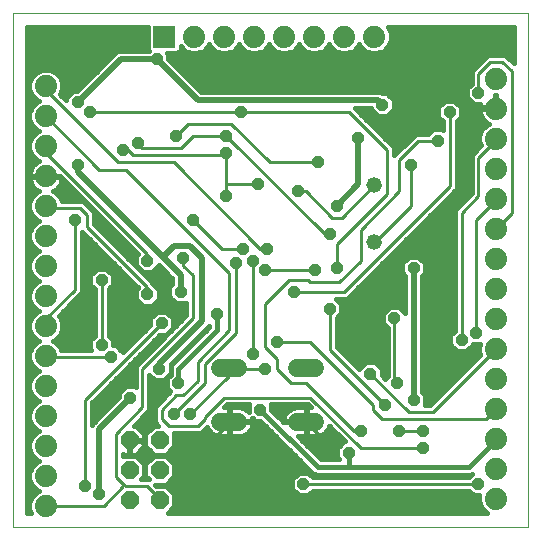
<source format=gbl>
G75*
%MOIN*%
%OFA0B0*%
%FSLAX25Y25*%
%IPPOS*%
%LPD*%
%AMOC8*
5,1,8,0,0,1.08239X$1,22.5*
%
%ADD10C,0.00000*%
%ADD11OC8,0.06102*%
%ADD12C,0.07400*%
%ADD13C,0.05200*%
%ADD14C,0.06000*%
%ADD15R,0.07400X0.07400*%
%ADD16C,0.02000*%
%ADD17OC8,0.04000*%
%ADD18C,0.01200*%
%ADD19C,0.01600*%
%ADD20C,0.01000*%
D10*
X0001800Y0001800D02*
X0001800Y0173261D01*
X0173501Y0173261D01*
X0173501Y0001800D01*
X0001800Y0001800D01*
D11*
X0040800Y0010800D03*
X0040800Y0020800D03*
X0040800Y0030800D03*
X0050800Y0030800D03*
X0050800Y0020800D03*
X0050800Y0010800D03*
D12*
X0012800Y0008800D03*
X0012800Y0018800D03*
X0012800Y0028800D03*
X0012800Y0038800D03*
X0012800Y0048800D03*
X0012800Y0058800D03*
X0012800Y0068800D03*
X0012800Y0078800D03*
X0012800Y0088800D03*
X0012800Y0098800D03*
X0012800Y0108800D03*
X0012800Y0118800D03*
X0012800Y0128800D03*
X0012800Y0138800D03*
X0012800Y0148800D03*
X0062300Y0165300D03*
X0072300Y0165300D03*
X0082300Y0165300D03*
X0092300Y0165300D03*
X0102300Y0165300D03*
X0112300Y0165300D03*
X0122300Y0165300D03*
X0162800Y0151300D03*
X0162800Y0141300D03*
X0162800Y0131300D03*
X0162800Y0121300D03*
X0162800Y0111300D03*
X0162800Y0101300D03*
X0162800Y0091300D03*
X0162800Y0081300D03*
X0162800Y0071300D03*
X0162800Y0061300D03*
X0162800Y0051300D03*
X0162800Y0041300D03*
X0162800Y0031300D03*
X0162800Y0021300D03*
X0162800Y0011300D03*
D13*
X0122300Y0096800D03*
X0122300Y0115800D03*
D14*
X0102600Y0054700D02*
X0096600Y0054700D01*
X0096600Y0036900D02*
X0102600Y0036900D01*
X0077000Y0036900D02*
X0071000Y0036900D01*
X0071000Y0054700D02*
X0077000Y0054700D01*
D15*
X0052300Y0165300D03*
D16*
X0049800Y0157800D02*
X0037800Y0157800D01*
X0023400Y0143400D01*
X0023400Y0122600D02*
X0023400Y0120200D01*
X0051800Y0091800D01*
X0055400Y0095400D01*
X0061000Y0095400D01*
X0065000Y0091400D01*
X0065000Y0070600D01*
X0050600Y0056200D01*
X0050600Y0054600D01*
X0041000Y0045000D02*
X0030600Y0034600D01*
X0030600Y0013000D01*
X0057800Y0080200D02*
X0057800Y0085800D01*
X0051800Y0091800D01*
X0063400Y0144200D02*
X0123400Y0144200D01*
X0125000Y0142600D01*
X0117000Y0131400D02*
X0117000Y0116200D01*
X0109800Y0109000D01*
X0135400Y0088200D02*
X0135400Y0044200D01*
X0063400Y0144200D02*
X0049800Y0157800D01*
D17*
X0049800Y0157800D03*
X0062600Y0151400D03*
X0077800Y0140200D03*
X0073000Y0132200D03*
X0073000Y0126600D03*
X0083400Y0116200D03*
X0073000Y0112200D03*
X0061800Y0104200D03*
X0058600Y0091400D03*
X0057800Y0080200D03*
X0057800Y0073800D03*
X0051400Y0069800D03*
X0046600Y0079400D03*
X0046600Y0090600D03*
X0031400Y0084200D03*
X0022600Y0104200D03*
X0023400Y0122600D03*
X0038600Y0127400D03*
X0043400Y0129800D03*
X0056200Y0132200D03*
X0027400Y0140200D03*
X0023400Y0143400D03*
X0076200Y0089800D03*
X0078600Y0094600D03*
X0081800Y0090600D03*
X0085800Y0087400D03*
X0086600Y0094600D03*
X0095400Y0080200D03*
X0102600Y0087400D03*
X0109800Y0088200D03*
X0107400Y0099400D03*
X0109800Y0109000D03*
X0097000Y0113800D03*
X0103400Y0123400D03*
X0117000Y0131400D03*
X0125000Y0142600D03*
X0125800Y0157800D03*
X0147400Y0140200D03*
X0143400Y0130600D03*
X0134600Y0122600D03*
X0157000Y0146600D03*
X0135400Y0088200D03*
X0129000Y0071400D03*
X0145800Y0064200D03*
X0151400Y0064200D03*
X0156200Y0066600D03*
X0135400Y0044200D03*
X0129800Y0049800D03*
X0125800Y0042600D03*
X0130600Y0033800D03*
X0138600Y0033800D03*
X0138600Y0028200D03*
X0157000Y0016200D03*
X0121000Y0053000D03*
X0117800Y0033800D03*
X0113800Y0026600D03*
X0105000Y0025800D03*
X0098600Y0016200D03*
X0084200Y0041000D03*
X0085800Y0054600D03*
X0081800Y0059400D03*
X0089800Y0063400D03*
X0107400Y0074600D03*
X0069800Y0073000D03*
X0050600Y0054600D03*
X0057000Y0049800D03*
X0055400Y0039400D03*
X0061000Y0039400D03*
X0041000Y0045000D03*
X0037000Y0049800D03*
X0034600Y0058600D03*
X0031400Y0062600D03*
X0025800Y0015400D03*
X0030600Y0013000D03*
D18*
X0041000Y0030600D02*
X0040800Y0030800D01*
X0041000Y0030600D02*
X0044200Y0030600D01*
X0049000Y0025800D01*
X0063400Y0025800D01*
X0073800Y0036200D01*
X0074000Y0036900D01*
X0099600Y0036900D02*
X0100200Y0036200D01*
X0105000Y0031400D01*
X0105000Y0025800D01*
X0145800Y0064200D02*
X0145800Y0104200D01*
X0149800Y0108200D01*
X0149800Y0121000D01*
X0155400Y0126600D01*
X0155400Y0141800D01*
X0155800Y0142200D01*
X0146600Y0151400D01*
X0125800Y0151400D01*
X0125800Y0157800D01*
X0125800Y0151400D02*
X0062600Y0151400D01*
X0029000Y0106600D02*
X0017000Y0118600D01*
X0013000Y0118600D01*
X0012800Y0118800D01*
X0029000Y0106600D02*
X0029000Y0102600D01*
X0057800Y0073800D01*
X0057000Y0073800D01*
X0057000Y0069800D01*
X0037000Y0049800D01*
X0155800Y0142200D02*
X0156200Y0141800D01*
X0162600Y0141800D01*
X0162800Y0141300D01*
D19*
X0163000Y0141500D02*
X0162600Y0141500D01*
X0162600Y0145800D01*
X0163000Y0145800D01*
X0163000Y0141500D01*
X0162600Y0141500D02*
X0162600Y0141100D01*
X0157300Y0141100D01*
X0157300Y0140867D01*
X0157435Y0140012D01*
X0157703Y0139189D01*
X0158096Y0138417D01*
X0158605Y0137717D01*
X0159217Y0137105D01*
X0159917Y0136596D01*
X0160499Y0136300D01*
X0159684Y0135963D01*
X0158137Y0134415D01*
X0157300Y0132394D01*
X0157300Y0130206D01*
X0157784Y0129037D01*
X0154700Y0125953D01*
X0154700Y0113153D01*
X0149100Y0107553D01*
X0149100Y0067274D01*
X0147600Y0065774D01*
X0147600Y0062626D01*
X0149826Y0060400D01*
X0152974Y0060400D01*
X0155200Y0062626D01*
X0155200Y0062800D01*
X0157468Y0062800D01*
X0157300Y0062394D01*
X0157300Y0060206D01*
X0157667Y0059320D01*
X0140847Y0042500D01*
X0139074Y0042500D01*
X0139200Y0042626D01*
X0139200Y0045774D01*
X0138200Y0046774D01*
X0138200Y0085626D01*
X0139200Y0086626D01*
X0139200Y0089774D01*
X0136974Y0092000D01*
X0133826Y0092000D01*
X0131600Y0089774D01*
X0131600Y0086626D01*
X0132600Y0085626D01*
X0132600Y0073174D01*
X0130574Y0075200D01*
X0127426Y0075200D01*
X0125200Y0072974D01*
X0125200Y0069826D01*
X0126700Y0068326D01*
X0126700Y0052074D01*
X0126000Y0051374D01*
X0126000Y0051253D01*
X0124800Y0052453D01*
X0124800Y0054574D01*
X0122574Y0056800D01*
X0119426Y0056800D01*
X0117200Y0054574D01*
X0117200Y0054453D01*
X0109700Y0061953D01*
X0109700Y0071526D01*
X0111200Y0073026D01*
X0111200Y0076174D01*
X0109474Y0077900D01*
X0113153Y0077900D01*
X0148353Y0113100D01*
X0149700Y0114447D01*
X0149700Y0137126D01*
X0151200Y0138626D01*
X0151200Y0141774D01*
X0148974Y0144000D01*
X0145826Y0144000D01*
X0143600Y0141774D01*
X0143600Y0138626D01*
X0145100Y0137126D01*
X0145100Y0134274D01*
X0144974Y0134400D01*
X0141826Y0134400D01*
X0140326Y0132900D01*
X0136047Y0132900D01*
X0134700Y0131553D01*
X0128900Y0125753D01*
X0128900Y0128353D01*
X0116100Y0141153D01*
X0115853Y0141400D01*
X0121200Y0141400D01*
X0121200Y0141026D01*
X0123426Y0138800D01*
X0126574Y0138800D01*
X0128800Y0141026D01*
X0128800Y0144174D01*
X0126574Y0146400D01*
X0125160Y0146400D01*
X0124986Y0146574D01*
X0123957Y0147000D01*
X0064560Y0147000D01*
X0053600Y0157960D01*
X0053600Y0159374D01*
X0053174Y0159800D01*
X0056746Y0159800D01*
X0057800Y0160854D01*
X0057800Y0162022D01*
X0059184Y0160637D01*
X0061206Y0159800D01*
X0063394Y0159800D01*
X0065415Y0160637D01*
X0066963Y0162184D01*
X0067300Y0162999D01*
X0067637Y0162184D01*
X0069184Y0160637D01*
X0071206Y0159800D01*
X0073394Y0159800D01*
X0075415Y0160637D01*
X0076963Y0162184D01*
X0077300Y0162999D01*
X0077637Y0162184D01*
X0079184Y0160637D01*
X0081206Y0159800D01*
X0083394Y0159800D01*
X0085415Y0160637D01*
X0086963Y0162184D01*
X0087300Y0162999D01*
X0087637Y0162184D01*
X0089184Y0160637D01*
X0091206Y0159800D01*
X0093394Y0159800D01*
X0095415Y0160637D01*
X0096963Y0162184D01*
X0097300Y0162999D01*
X0097637Y0162184D01*
X0099184Y0160637D01*
X0101206Y0159800D01*
X0103394Y0159800D01*
X0105415Y0160637D01*
X0106963Y0162184D01*
X0107300Y0162999D01*
X0107637Y0162184D01*
X0109184Y0160637D01*
X0111206Y0159800D01*
X0113394Y0159800D01*
X0115415Y0160637D01*
X0116963Y0162184D01*
X0117300Y0162999D01*
X0117637Y0162184D01*
X0119184Y0160637D01*
X0121206Y0159800D01*
X0123394Y0159800D01*
X0125415Y0160637D01*
X0126963Y0162184D01*
X0127800Y0164206D01*
X0127800Y0166394D01*
X0126963Y0168415D01*
X0126918Y0168461D01*
X0168701Y0168461D01*
X0168701Y0156552D01*
X0165953Y0159300D01*
X0160047Y0159300D01*
X0158700Y0157953D01*
X0154700Y0153953D01*
X0154700Y0149674D01*
X0153200Y0148174D01*
X0153200Y0145026D01*
X0155426Y0142800D01*
X0157504Y0142800D01*
X0157435Y0142588D01*
X0157300Y0141733D01*
X0157300Y0141500D01*
X0162600Y0141500D01*
X0162600Y0142469D02*
X0163000Y0142469D01*
X0163000Y0144068D02*
X0162600Y0144068D01*
X0162600Y0145666D02*
X0163000Y0145666D01*
X0157676Y0139272D02*
X0151200Y0139272D01*
X0151200Y0140870D02*
X0157300Y0140870D01*
X0157417Y0142469D02*
X0150505Y0142469D01*
X0153200Y0145666D02*
X0127308Y0145666D01*
X0128800Y0144068D02*
X0154158Y0144068D01*
X0153200Y0147265D02*
X0064295Y0147265D01*
X0062697Y0148863D02*
X0153889Y0148863D01*
X0154700Y0150462D02*
X0061098Y0150462D01*
X0059500Y0152060D02*
X0154700Y0152060D01*
X0154700Y0153659D02*
X0057901Y0153659D01*
X0056303Y0155257D02*
X0156004Y0155257D01*
X0157603Y0156856D02*
X0054704Y0156856D01*
X0053600Y0158454D02*
X0159201Y0158454D01*
X0166799Y0158454D02*
X0168701Y0158454D01*
X0168701Y0156856D02*
X0168397Y0156856D01*
X0168701Y0160053D02*
X0124004Y0160053D01*
X0126429Y0161651D02*
X0168701Y0161651D01*
X0168701Y0163250D02*
X0127404Y0163250D01*
X0127800Y0164848D02*
X0168701Y0164848D01*
X0168701Y0166447D02*
X0127778Y0166447D01*
X0127116Y0168045D02*
X0168701Y0168045D01*
X0144295Y0142469D02*
X0128800Y0142469D01*
X0128644Y0140870D02*
X0143600Y0140870D01*
X0143600Y0139272D02*
X0127046Y0139272D01*
X0122954Y0139272D02*
X0117981Y0139272D01*
X0119579Y0137673D02*
X0144553Y0137673D01*
X0145100Y0136075D02*
X0121178Y0136075D01*
X0122776Y0134476D02*
X0145100Y0134476D01*
X0149700Y0134476D02*
X0158198Y0134476D01*
X0157500Y0132878D02*
X0149700Y0132878D01*
X0149700Y0131279D02*
X0157300Y0131279D01*
X0157517Y0129681D02*
X0149700Y0129681D01*
X0149700Y0128082D02*
X0156830Y0128082D01*
X0155231Y0126484D02*
X0149700Y0126484D01*
X0149700Y0124885D02*
X0154700Y0124885D01*
X0154700Y0123287D02*
X0149700Y0123287D01*
X0149700Y0121688D02*
X0154700Y0121688D01*
X0154700Y0120090D02*
X0149700Y0120090D01*
X0149700Y0118491D02*
X0154700Y0118491D01*
X0154700Y0116893D02*
X0149700Y0116893D01*
X0149700Y0115294D02*
X0154700Y0115294D01*
X0154700Y0113696D02*
X0148948Y0113696D01*
X0147350Y0112097D02*
X0153645Y0112097D01*
X0152046Y0110499D02*
X0145751Y0110499D01*
X0144153Y0108900D02*
X0150448Y0108900D01*
X0149100Y0107302D02*
X0142554Y0107302D01*
X0140956Y0105703D02*
X0149100Y0105703D01*
X0149100Y0104105D02*
X0139357Y0104105D01*
X0137759Y0102506D02*
X0149100Y0102506D01*
X0149100Y0100908D02*
X0136160Y0100908D01*
X0134562Y0099309D02*
X0149100Y0099309D01*
X0149100Y0097711D02*
X0132963Y0097711D01*
X0131365Y0096112D02*
X0149100Y0096112D01*
X0149100Y0094514D02*
X0129766Y0094514D01*
X0128168Y0092915D02*
X0149100Y0092915D01*
X0149100Y0091317D02*
X0137657Y0091317D01*
X0139200Y0089718D02*
X0149100Y0089718D01*
X0149100Y0088120D02*
X0139200Y0088120D01*
X0139095Y0086521D02*
X0149100Y0086521D01*
X0149100Y0084923D02*
X0138200Y0084923D01*
X0138200Y0083324D02*
X0149100Y0083324D01*
X0149100Y0081726D02*
X0138200Y0081726D01*
X0138200Y0080127D02*
X0149100Y0080127D01*
X0149100Y0078529D02*
X0138200Y0078529D01*
X0138200Y0076930D02*
X0149100Y0076930D01*
X0149100Y0075332D02*
X0138200Y0075332D01*
X0138200Y0073733D02*
X0149100Y0073733D01*
X0149100Y0072134D02*
X0138200Y0072134D01*
X0138200Y0070536D02*
X0149100Y0070536D01*
X0149100Y0068937D02*
X0138200Y0068937D01*
X0138200Y0067339D02*
X0149100Y0067339D01*
X0147600Y0065740D02*
X0138200Y0065740D01*
X0138200Y0064142D02*
X0147600Y0064142D01*
X0147683Y0062543D02*
X0138200Y0062543D01*
X0138200Y0060945D02*
X0149281Y0060945D01*
X0153519Y0060945D02*
X0157300Y0060945D01*
X0157362Y0062543D02*
X0155117Y0062543D01*
X0157656Y0059346D02*
X0138200Y0059346D01*
X0138200Y0057748D02*
X0156095Y0057748D01*
X0154497Y0056149D02*
X0138200Y0056149D01*
X0138200Y0054551D02*
X0152898Y0054551D01*
X0151300Y0052952D02*
X0138200Y0052952D01*
X0138200Y0051354D02*
X0149701Y0051354D01*
X0148103Y0049755D02*
X0138200Y0049755D01*
X0138200Y0048157D02*
X0146504Y0048157D01*
X0144906Y0046558D02*
X0138416Y0046558D01*
X0139200Y0044960D02*
X0143307Y0044960D01*
X0141709Y0043361D02*
X0139200Y0043361D01*
X0126700Y0052952D02*
X0124800Y0052952D01*
X0124800Y0054551D02*
X0126700Y0054551D01*
X0126700Y0056149D02*
X0123225Y0056149D01*
X0126700Y0057748D02*
X0113905Y0057748D01*
X0115503Y0056149D02*
X0118775Y0056149D01*
X0117200Y0054551D02*
X0117102Y0054551D01*
X0112306Y0059346D02*
X0126700Y0059346D01*
X0126700Y0060945D02*
X0110708Y0060945D01*
X0109700Y0062543D02*
X0126700Y0062543D01*
X0126700Y0064142D02*
X0109700Y0064142D01*
X0109700Y0065740D02*
X0126700Y0065740D01*
X0126700Y0067339D02*
X0109700Y0067339D01*
X0109700Y0068937D02*
X0126089Y0068937D01*
X0125200Y0070536D02*
X0109700Y0070536D01*
X0110309Y0072134D02*
X0125200Y0072134D01*
X0125959Y0073733D02*
X0111200Y0073733D01*
X0111200Y0075332D02*
X0132600Y0075332D01*
X0132600Y0076930D02*
X0110444Y0076930D01*
X0113781Y0078529D02*
X0132600Y0078529D01*
X0132600Y0080127D02*
X0115380Y0080127D01*
X0116978Y0081726D02*
X0132600Y0081726D01*
X0132600Y0083324D02*
X0118577Y0083324D01*
X0120175Y0084923D02*
X0132600Y0084923D01*
X0131705Y0086521D02*
X0121774Y0086521D01*
X0123372Y0088120D02*
X0131600Y0088120D01*
X0131600Y0089718D02*
X0124971Y0089718D01*
X0126569Y0091317D02*
X0133143Y0091317D01*
X0132600Y0073733D02*
X0132041Y0073733D01*
X0126000Y0051354D02*
X0125899Y0051354D01*
X0108977Y0033770D02*
X0106258Y0033770D01*
X0106261Y0033773D02*
X0106705Y0034384D01*
X0107048Y0035057D01*
X0107206Y0035542D01*
X0112347Y0030400D01*
X0112226Y0030400D01*
X0110000Y0028174D01*
X0110000Y0025026D01*
X0110626Y0024400D01*
X0104477Y0024400D01*
X0096777Y0032100D01*
X0099400Y0032100D01*
X0099400Y0036700D01*
X0092177Y0036700D01*
X0088000Y0040877D01*
X0088000Y0042574D01*
X0087874Y0042700D01*
X0100047Y0042700D01*
X0101047Y0041700D01*
X0099800Y0041700D01*
X0099800Y0037100D01*
X0099400Y0037100D01*
X0099400Y0041700D01*
X0096222Y0041700D01*
X0095476Y0041582D01*
X0094757Y0041348D01*
X0094084Y0041005D01*
X0093473Y0040561D01*
X0092939Y0040027D01*
X0092495Y0039416D01*
X0092152Y0038743D01*
X0091918Y0038024D01*
X0091800Y0037278D01*
X0091800Y0037100D01*
X0099400Y0037100D01*
X0099400Y0036700D01*
X0099800Y0036700D01*
X0099800Y0032100D01*
X0102978Y0032100D01*
X0103724Y0032218D01*
X0104443Y0032452D01*
X0105116Y0032795D01*
X0105727Y0033239D01*
X0106261Y0033773D01*
X0107149Y0035369D02*
X0107379Y0035369D01*
X0110576Y0032172D02*
X0103431Y0032172D01*
X0099902Y0028975D02*
X0110801Y0028975D01*
X0110000Y0027376D02*
X0101501Y0027376D01*
X0103099Y0025778D02*
X0110000Y0025778D01*
X0113800Y0026600D02*
X0113800Y0021800D01*
X0103400Y0021800D01*
X0084200Y0041000D01*
X0084323Y0037200D02*
X0082626Y0037200D01*
X0081624Y0038202D01*
X0081682Y0038024D01*
X0081800Y0037278D01*
X0081800Y0037100D01*
X0074200Y0037100D01*
X0074200Y0036700D01*
X0081800Y0036700D01*
X0081800Y0036522D01*
X0081682Y0035776D01*
X0081448Y0035057D01*
X0081105Y0034384D01*
X0080661Y0033773D01*
X0080127Y0033239D01*
X0079516Y0032795D01*
X0078843Y0032452D01*
X0078124Y0032218D01*
X0077378Y0032100D01*
X0074200Y0032100D01*
X0074200Y0036700D01*
X0073800Y0036700D01*
X0073800Y0032100D01*
X0070622Y0032100D01*
X0069876Y0032218D01*
X0069157Y0032452D01*
X0068484Y0032795D01*
X0067873Y0033239D01*
X0067339Y0033773D01*
X0066895Y0034384D01*
X0066552Y0035057D01*
X0066492Y0035240D01*
X0064353Y0033100D01*
X0055361Y0033100D01*
X0055651Y0032809D01*
X0055651Y0028791D01*
X0052809Y0025949D01*
X0048791Y0025949D01*
X0045949Y0028791D01*
X0045949Y0032809D01*
X0048791Y0035651D01*
X0050296Y0035651D01*
X0049100Y0036847D01*
X0049100Y0041953D01*
X0053900Y0046753D01*
X0054287Y0047139D01*
X0053200Y0048226D01*
X0053200Y0051374D01*
X0054400Y0052574D01*
X0054400Y0055117D01*
X0054796Y0056073D01*
X0055527Y0056804D01*
X0067200Y0068477D01*
X0067200Y0068840D01*
X0066586Y0068226D01*
X0054400Y0056040D01*
X0054400Y0053026D01*
X0052174Y0050800D01*
X0049026Y0050800D01*
X0047300Y0052526D01*
X0047300Y0040847D01*
X0042104Y0035651D01*
X0042809Y0035651D01*
X0045651Y0032809D01*
X0045651Y0030935D01*
X0040935Y0030935D01*
X0040935Y0030665D01*
X0045651Y0030665D01*
X0045651Y0028791D01*
X0042809Y0025949D01*
X0040935Y0025949D01*
X0040935Y0030665D01*
X0040665Y0030665D01*
X0040665Y0025949D01*
X0038791Y0025949D01*
X0038500Y0026239D01*
X0038500Y0025361D01*
X0038791Y0025651D01*
X0042809Y0025651D01*
X0045651Y0022809D01*
X0045651Y0018791D01*
X0044561Y0017700D01*
X0047039Y0017700D01*
X0045949Y0018791D01*
X0045949Y0022809D01*
X0048791Y0025651D01*
X0052809Y0025651D01*
X0055651Y0022809D01*
X0055651Y0018791D01*
X0052809Y0015949D01*
X0049304Y0015949D01*
X0049602Y0015651D01*
X0052809Y0015651D01*
X0055651Y0012809D01*
X0055651Y0008791D01*
X0053461Y0006600D01*
X0159775Y0006600D01*
X0159684Y0006637D01*
X0158137Y0008184D01*
X0157300Y0010206D01*
X0157300Y0012394D01*
X0157302Y0012400D01*
X0155426Y0012400D01*
X0153926Y0013900D01*
X0101674Y0013900D01*
X0100174Y0012400D01*
X0097026Y0012400D01*
X0094800Y0014626D01*
X0094800Y0017774D01*
X0097026Y0020000D01*
X0100174Y0020000D01*
X0101674Y0018500D01*
X0153926Y0018500D01*
X0154844Y0019418D01*
X0154317Y0019200D01*
X0102883Y0019200D01*
X0101927Y0019596D01*
X0101196Y0020327D01*
X0101196Y0020327D01*
X0084323Y0037200D01*
X0084556Y0036967D02*
X0074200Y0036967D01*
X0074200Y0037100D02*
X0073800Y0037100D01*
X0073800Y0041700D01*
X0072153Y0041700D01*
X0073153Y0042700D01*
X0080526Y0042700D01*
X0080400Y0042574D01*
X0080400Y0040288D01*
X0080127Y0040561D01*
X0079516Y0041005D01*
X0078843Y0041348D01*
X0078124Y0041582D01*
X0077378Y0041700D01*
X0074200Y0041700D01*
X0074200Y0037100D01*
X0074200Y0038566D02*
X0073800Y0038566D01*
X0073800Y0040164D02*
X0074200Y0040164D01*
X0072215Y0041763D02*
X0080400Y0041763D01*
X0081549Y0035369D02*
X0086154Y0035369D01*
X0087753Y0033770D02*
X0080658Y0033770D01*
X0077831Y0032172D02*
X0089351Y0032172D01*
X0090950Y0030573D02*
X0055651Y0030573D01*
X0055651Y0028975D02*
X0092548Y0028975D01*
X0094147Y0027376D02*
X0054237Y0027376D01*
X0054281Y0024179D02*
X0097344Y0024179D01*
X0098942Y0022581D02*
X0055651Y0022581D01*
X0055651Y0020982D02*
X0100541Y0020982D01*
X0100790Y0019384D02*
X0102440Y0019384D01*
X0096410Y0019384D02*
X0055651Y0019384D01*
X0054646Y0017785D02*
X0094811Y0017785D01*
X0094800Y0016187D02*
X0053047Y0016187D01*
X0053872Y0014588D02*
X0094838Y0014588D01*
X0096436Y0012990D02*
X0055471Y0012990D01*
X0055651Y0011391D02*
X0157300Y0011391D01*
X0157471Y0009793D02*
X0055651Y0009793D01*
X0055055Y0008194D02*
X0158133Y0008194D01*
X0154836Y0012990D02*
X0100764Y0012990D01*
X0095745Y0025778D02*
X0038500Y0025778D01*
X0040665Y0027376D02*
X0040935Y0027376D01*
X0040935Y0028975D02*
X0040665Y0028975D01*
X0040665Y0030573D02*
X0040935Y0030573D01*
X0044237Y0027376D02*
X0047363Y0027376D01*
X0045949Y0028975D02*
X0045651Y0028975D01*
X0045651Y0030573D02*
X0045949Y0030573D01*
X0045949Y0032172D02*
X0045651Y0032172D01*
X0044690Y0033770D02*
X0046910Y0033770D01*
X0048508Y0035369D02*
X0043092Y0035369D01*
X0043420Y0036967D02*
X0049100Y0036967D01*
X0049100Y0038566D02*
X0045018Y0038566D01*
X0046617Y0040164D02*
X0049100Y0040164D01*
X0049100Y0041763D02*
X0047300Y0041763D01*
X0047300Y0043361D02*
X0050509Y0043361D01*
X0052107Y0044960D02*
X0047300Y0044960D01*
X0047300Y0046558D02*
X0053706Y0046558D01*
X0053269Y0048157D02*
X0047300Y0048157D01*
X0047300Y0049755D02*
X0053200Y0049755D01*
X0053200Y0051354D02*
X0052728Y0051354D01*
X0054326Y0052952D02*
X0054400Y0052952D01*
X0054400Y0054551D02*
X0054400Y0054551D01*
X0054509Y0056149D02*
X0054872Y0056149D01*
X0056108Y0057748D02*
X0056471Y0057748D01*
X0057706Y0059346D02*
X0058069Y0059346D01*
X0059305Y0060945D02*
X0059668Y0060945D01*
X0060903Y0062543D02*
X0061266Y0062543D01*
X0062502Y0064142D02*
X0062865Y0064142D01*
X0064100Y0065740D02*
X0064464Y0065740D01*
X0065699Y0067339D02*
X0066062Y0067339D01*
X0069800Y0067400D02*
X0057000Y0054600D01*
X0057000Y0049800D01*
X0048472Y0051354D02*
X0047300Y0051354D01*
X0042700Y0051354D02*
X0036207Y0051354D01*
X0037805Y0052952D02*
X0042700Y0052952D01*
X0042700Y0054551D02*
X0039404Y0054551D01*
X0041002Y0056149D02*
X0043297Y0056149D01*
X0042700Y0055553D02*
X0042700Y0048674D01*
X0042574Y0048800D01*
X0039426Y0048800D01*
X0037200Y0046574D01*
X0037200Y0045160D01*
X0028226Y0036186D01*
X0028100Y0035881D01*
X0028100Y0043247D01*
X0050853Y0066000D01*
X0052974Y0066000D01*
X0055200Y0068226D01*
X0055200Y0071374D01*
X0052974Y0073600D01*
X0049826Y0073600D01*
X0047600Y0071374D01*
X0047600Y0069253D01*
X0038400Y0060053D01*
X0038400Y0060174D01*
X0036174Y0062400D01*
X0035200Y0062400D01*
X0035200Y0064174D01*
X0033700Y0065674D01*
X0033700Y0081126D01*
X0035200Y0082626D01*
X0035200Y0085774D01*
X0032974Y0088000D01*
X0029826Y0088000D01*
X0027600Y0085774D01*
X0027600Y0082626D01*
X0029100Y0081126D01*
X0029100Y0065674D01*
X0027600Y0064174D01*
X0027600Y0061026D01*
X0027726Y0060900D01*
X0017883Y0060900D01*
X0017463Y0061915D01*
X0015915Y0063463D01*
X0015101Y0063800D01*
X0015915Y0064137D01*
X0017463Y0065684D01*
X0018300Y0067706D01*
X0018300Y0069894D01*
X0017463Y0071915D01*
X0017115Y0072263D01*
X0023553Y0078700D01*
X0024900Y0080047D01*
X0024900Y0100247D01*
X0025647Y0099500D01*
X0043487Y0081661D01*
X0042800Y0080974D01*
X0042800Y0077826D01*
X0045026Y0075600D01*
X0048174Y0075600D01*
X0050400Y0077826D01*
X0050400Y0080974D01*
X0048900Y0082474D01*
X0048900Y0082753D01*
X0028900Y0102753D01*
X0028900Y0106753D01*
X0026500Y0109153D01*
X0025153Y0110500D01*
X0018049Y0110500D01*
X0017463Y0111915D01*
X0015915Y0113463D01*
X0015101Y0113800D01*
X0015683Y0114096D01*
X0016383Y0114605D01*
X0016995Y0115217D01*
X0017504Y0115917D01*
X0017897Y0116689D01*
X0018165Y0117512D01*
X0018256Y0118091D01*
X0043487Y0092861D01*
X0042800Y0092174D01*
X0042800Y0089026D01*
X0045026Y0086800D01*
X0048174Y0086800D01*
X0050400Y0089026D01*
X0050400Y0089240D01*
X0055000Y0084640D01*
X0055000Y0082774D01*
X0054000Y0081774D01*
X0054000Y0078626D01*
X0056226Y0076400D01*
X0059374Y0076400D01*
X0059500Y0076526D01*
X0059500Y0072353D01*
X0044047Y0056900D01*
X0042700Y0055553D01*
X0042601Y0057748D02*
X0044895Y0057748D01*
X0044199Y0059346D02*
X0046494Y0059346D01*
X0045798Y0060945D02*
X0048092Y0060945D01*
X0047396Y0062543D02*
X0049691Y0062543D01*
X0048995Y0064142D02*
X0051289Y0064142D01*
X0050593Y0065740D02*
X0052888Y0065740D01*
X0054313Y0067339D02*
X0054486Y0067339D01*
X0055200Y0068937D02*
X0056085Y0068937D01*
X0055200Y0070536D02*
X0057683Y0070536D01*
X0059282Y0072134D02*
X0054439Y0072134D01*
X0055696Y0076930D02*
X0049504Y0076930D01*
X0050400Y0078529D02*
X0054097Y0078529D01*
X0054000Y0080127D02*
X0050400Y0080127D01*
X0049648Y0081726D02*
X0054000Y0081726D01*
X0055000Y0083324D02*
X0048329Y0083324D01*
X0046730Y0084923D02*
X0054718Y0084923D01*
X0053119Y0086521D02*
X0045132Y0086521D01*
X0043706Y0088120D02*
X0043533Y0088120D01*
X0042800Y0089718D02*
X0041935Y0089718D01*
X0042800Y0091317D02*
X0040336Y0091317D01*
X0038738Y0092915D02*
X0043432Y0092915D01*
X0041834Y0094514D02*
X0037139Y0094514D01*
X0035541Y0096112D02*
X0040235Y0096112D01*
X0038637Y0097711D02*
X0033942Y0097711D01*
X0032343Y0099309D02*
X0037038Y0099309D01*
X0035440Y0100908D02*
X0030745Y0100908D01*
X0029146Y0102506D02*
X0033841Y0102506D01*
X0032243Y0104105D02*
X0028900Y0104105D01*
X0028900Y0105703D02*
X0030644Y0105703D01*
X0029046Y0107302D02*
X0028351Y0107302D01*
X0027447Y0108900D02*
X0026752Y0108900D01*
X0025849Y0110499D02*
X0025154Y0110499D01*
X0024250Y0112097D02*
X0017281Y0112097D01*
X0015353Y0113696D02*
X0022652Y0113696D01*
X0021053Y0115294D02*
X0017051Y0115294D01*
X0017963Y0116893D02*
X0019455Y0116893D01*
X0017747Y0118600D02*
X0013000Y0118600D01*
X0013000Y0119000D01*
X0017347Y0119000D01*
X0017747Y0118600D01*
X0012600Y0118600D02*
X0007300Y0118600D01*
X0007300Y0118367D01*
X0007435Y0117512D01*
X0007703Y0116689D01*
X0008096Y0115917D01*
X0008605Y0115217D01*
X0009217Y0114605D01*
X0009917Y0114096D01*
X0010499Y0113800D01*
X0009684Y0113463D01*
X0008137Y0111915D01*
X0007300Y0109894D01*
X0007300Y0107706D01*
X0008137Y0105684D01*
X0009684Y0104137D01*
X0010499Y0103800D01*
X0009684Y0103463D01*
X0008137Y0101915D01*
X0007300Y0099894D01*
X0007300Y0097706D01*
X0008137Y0095684D01*
X0009684Y0094137D01*
X0010499Y0093800D01*
X0009684Y0093463D01*
X0008137Y0091915D01*
X0007300Y0089894D01*
X0007300Y0087706D01*
X0008137Y0085684D01*
X0009684Y0084137D01*
X0010499Y0083800D01*
X0009684Y0083463D01*
X0008137Y0081915D01*
X0007300Y0079894D01*
X0007300Y0077706D01*
X0008137Y0075684D01*
X0009684Y0074137D01*
X0010499Y0073800D01*
X0009684Y0073463D01*
X0008137Y0071915D01*
X0007300Y0069894D01*
X0007300Y0067706D01*
X0008137Y0065684D01*
X0009684Y0064137D01*
X0010499Y0063800D01*
X0009684Y0063463D01*
X0008137Y0061915D01*
X0007300Y0059894D01*
X0007300Y0057706D01*
X0008137Y0055684D01*
X0009684Y0054137D01*
X0010499Y0053800D01*
X0009684Y0053463D01*
X0008137Y0051915D01*
X0007300Y0049894D01*
X0007300Y0047706D01*
X0008137Y0045684D01*
X0009684Y0044137D01*
X0010499Y0043800D01*
X0009684Y0043463D01*
X0008137Y0041915D01*
X0007300Y0039894D01*
X0007300Y0037706D01*
X0008137Y0035684D01*
X0009684Y0034137D01*
X0010499Y0033800D01*
X0009684Y0033463D01*
X0008137Y0031915D01*
X0007300Y0029894D01*
X0007300Y0027706D01*
X0008137Y0025684D01*
X0009684Y0024137D01*
X0010499Y0023800D01*
X0009684Y0023463D01*
X0008137Y0021915D01*
X0007300Y0019894D01*
X0007300Y0017706D01*
X0008137Y0015684D01*
X0009684Y0014137D01*
X0010499Y0013800D01*
X0009684Y0013463D01*
X0008137Y0011915D01*
X0007300Y0009894D01*
X0007300Y0007706D01*
X0007758Y0006600D01*
X0006600Y0006600D01*
X0006600Y0168461D01*
X0046800Y0168461D01*
X0046800Y0160854D01*
X0047054Y0160600D01*
X0037243Y0160600D01*
X0036214Y0160174D01*
X0035426Y0159386D01*
X0023240Y0147200D01*
X0021826Y0147200D01*
X0019600Y0144974D01*
X0019600Y0144053D01*
X0017611Y0146042D01*
X0018300Y0147706D01*
X0018300Y0149894D01*
X0017463Y0151915D01*
X0015915Y0153463D01*
X0013894Y0154300D01*
X0011706Y0154300D01*
X0009684Y0153463D01*
X0008137Y0151915D01*
X0007300Y0149894D01*
X0007300Y0147706D01*
X0008137Y0145684D01*
X0009684Y0144137D01*
X0010499Y0143800D01*
X0009684Y0143463D01*
X0008137Y0141915D01*
X0007300Y0139894D01*
X0007300Y0137706D01*
X0008137Y0135684D01*
X0009684Y0134137D01*
X0010499Y0133800D01*
X0009684Y0133463D01*
X0008137Y0131915D01*
X0007300Y0129894D01*
X0007300Y0127706D01*
X0008137Y0125684D01*
X0009684Y0124137D01*
X0010499Y0123800D01*
X0009917Y0123504D01*
X0009217Y0122995D01*
X0008605Y0122383D01*
X0008096Y0121683D01*
X0007703Y0120911D01*
X0007435Y0120088D01*
X0007300Y0119233D01*
X0007300Y0119000D01*
X0012600Y0119000D01*
X0012600Y0118600D01*
X0010247Y0113696D02*
X0006600Y0113696D01*
X0006600Y0115294D02*
X0008549Y0115294D01*
X0007637Y0116893D02*
X0006600Y0116893D01*
X0006600Y0118491D02*
X0007300Y0118491D01*
X0007436Y0120090D02*
X0006600Y0120090D01*
X0006600Y0121688D02*
X0008100Y0121688D01*
X0006600Y0123287D02*
X0009618Y0123287D01*
X0008936Y0124885D02*
X0006600Y0124885D01*
X0006600Y0126484D02*
X0007806Y0126484D01*
X0007300Y0128082D02*
X0006600Y0128082D01*
X0006600Y0129681D02*
X0007300Y0129681D01*
X0007874Y0131279D02*
X0006600Y0131279D01*
X0006600Y0132878D02*
X0009100Y0132878D01*
X0009345Y0134476D02*
X0006600Y0134476D01*
X0006600Y0136075D02*
X0007976Y0136075D01*
X0007313Y0137673D02*
X0006600Y0137673D01*
X0006600Y0139272D02*
X0007300Y0139272D01*
X0007704Y0140870D02*
X0006600Y0140870D01*
X0006600Y0142469D02*
X0008691Y0142469D01*
X0009853Y0144068D02*
X0006600Y0144068D01*
X0006600Y0145666D02*
X0008156Y0145666D01*
X0007483Y0147265D02*
X0006600Y0147265D01*
X0006600Y0148863D02*
X0007300Y0148863D01*
X0007535Y0150462D02*
X0006600Y0150462D01*
X0006600Y0152060D02*
X0008282Y0152060D01*
X0006600Y0153659D02*
X0010157Y0153659D01*
X0006600Y0155257D02*
X0031297Y0155257D01*
X0029699Y0153659D02*
X0015443Y0153659D01*
X0017318Y0152060D02*
X0028100Y0152060D01*
X0026502Y0150462D02*
X0018065Y0150462D01*
X0018300Y0148863D02*
X0024903Y0148863D01*
X0023305Y0147265D02*
X0018117Y0147265D01*
X0017987Y0145666D02*
X0020292Y0145666D01*
X0019600Y0144068D02*
X0019585Y0144068D01*
X0006600Y0156856D02*
X0032896Y0156856D01*
X0034494Y0158454D02*
X0006600Y0158454D01*
X0006600Y0160053D02*
X0036093Y0160053D01*
X0046800Y0161651D02*
X0006600Y0161651D01*
X0006600Y0163250D02*
X0046800Y0163250D01*
X0046800Y0164848D02*
X0006600Y0164848D01*
X0006600Y0166447D02*
X0046800Y0166447D01*
X0046800Y0168045D02*
X0006600Y0168045D01*
X0056998Y0160053D02*
X0060596Y0160053D01*
X0058171Y0161651D02*
X0057800Y0161651D01*
X0064004Y0160053D02*
X0070596Y0160053D01*
X0068171Y0161651D02*
X0066429Y0161651D01*
X0074004Y0160053D02*
X0080596Y0160053D01*
X0084004Y0160053D02*
X0090596Y0160053D01*
X0088171Y0161651D02*
X0086429Y0161651D01*
X0094004Y0160053D02*
X0100596Y0160053D01*
X0098171Y0161651D02*
X0096429Y0161651D01*
X0104004Y0160053D02*
X0110596Y0160053D01*
X0108171Y0161651D02*
X0106429Y0161651D01*
X0114004Y0160053D02*
X0120596Y0160053D01*
X0118171Y0161651D02*
X0116429Y0161651D01*
X0116382Y0140870D02*
X0121355Y0140870D01*
X0124375Y0132878D02*
X0136025Y0132878D01*
X0134427Y0131279D02*
X0125973Y0131279D01*
X0127572Y0129681D02*
X0132828Y0129681D01*
X0131230Y0128082D02*
X0128900Y0128082D01*
X0128900Y0126484D02*
X0129631Y0126484D01*
X0149700Y0136075D02*
X0159956Y0136075D01*
X0158648Y0137673D02*
X0150247Y0137673D01*
X0078171Y0161651D02*
X0076429Y0161651D01*
X0025838Y0099309D02*
X0024900Y0099309D01*
X0024900Y0097711D02*
X0027437Y0097711D01*
X0029035Y0096112D02*
X0024900Y0096112D01*
X0024900Y0094514D02*
X0030634Y0094514D01*
X0032232Y0092915D02*
X0024900Y0092915D01*
X0024900Y0091317D02*
X0033831Y0091317D01*
X0035429Y0089718D02*
X0024900Y0089718D01*
X0024900Y0088120D02*
X0037028Y0088120D01*
X0038626Y0086521D02*
X0034453Y0086521D01*
X0035200Y0084923D02*
X0040225Y0084923D01*
X0041823Y0083324D02*
X0035200Y0083324D01*
X0034300Y0081726D02*
X0043422Y0081726D01*
X0042800Y0080127D02*
X0033700Y0080127D01*
X0033700Y0078529D02*
X0042800Y0078529D01*
X0043696Y0076930D02*
X0033700Y0076930D01*
X0033700Y0075332D02*
X0059500Y0075332D01*
X0059500Y0073733D02*
X0033700Y0073733D01*
X0033700Y0072134D02*
X0048360Y0072134D01*
X0047600Y0070536D02*
X0033700Y0070536D01*
X0033700Y0068937D02*
X0047285Y0068937D01*
X0045686Y0067339D02*
X0033700Y0067339D01*
X0033700Y0065740D02*
X0044088Y0065740D01*
X0042489Y0064142D02*
X0035200Y0064142D01*
X0035200Y0062543D02*
X0040891Y0062543D01*
X0039292Y0060945D02*
X0037629Y0060945D01*
X0029100Y0065740D02*
X0017486Y0065740D01*
X0018148Y0067339D02*
X0029100Y0067339D01*
X0029100Y0068937D02*
X0018300Y0068937D01*
X0018034Y0070536D02*
X0029100Y0070536D01*
X0029100Y0072134D02*
X0017244Y0072134D01*
X0018586Y0073733D02*
X0029100Y0073733D01*
X0029100Y0075332D02*
X0020184Y0075332D01*
X0021783Y0076930D02*
X0029100Y0076930D01*
X0029100Y0078529D02*
X0023381Y0078529D01*
X0024900Y0080127D02*
X0029100Y0080127D01*
X0028500Y0081726D02*
X0024900Y0081726D01*
X0024900Y0083324D02*
X0027600Y0083324D01*
X0027600Y0084923D02*
X0024900Y0084923D01*
X0024900Y0086521D02*
X0028347Y0086521D01*
X0009546Y0083324D02*
X0006600Y0083324D01*
X0006600Y0081726D02*
X0008059Y0081726D01*
X0007397Y0080127D02*
X0006600Y0080127D01*
X0006600Y0078529D02*
X0007300Y0078529D01*
X0007621Y0076930D02*
X0006600Y0076930D01*
X0006600Y0075332D02*
X0008490Y0075332D01*
X0010337Y0073733D02*
X0006600Y0073733D01*
X0006600Y0072134D02*
X0008356Y0072134D01*
X0007566Y0070536D02*
X0006600Y0070536D01*
X0006600Y0068937D02*
X0007300Y0068937D01*
X0007452Y0067339D02*
X0006600Y0067339D01*
X0006600Y0065740D02*
X0008114Y0065740D01*
X0006600Y0064142D02*
X0009680Y0064142D01*
X0008765Y0062543D02*
X0006600Y0062543D01*
X0006600Y0060945D02*
X0007735Y0060945D01*
X0007300Y0059346D02*
X0006600Y0059346D01*
X0006600Y0057748D02*
X0007300Y0057748D01*
X0007945Y0056149D02*
X0006600Y0056149D01*
X0006600Y0054551D02*
X0009271Y0054551D01*
X0009174Y0052952D02*
X0006600Y0052952D01*
X0006600Y0051354D02*
X0007905Y0051354D01*
X0007300Y0049755D02*
X0006600Y0049755D01*
X0006600Y0048157D02*
X0007300Y0048157D01*
X0007775Y0046558D02*
X0006600Y0046558D01*
X0006600Y0044960D02*
X0008862Y0044960D01*
X0009583Y0043361D02*
X0006600Y0043361D01*
X0006600Y0041763D02*
X0008074Y0041763D01*
X0007412Y0040164D02*
X0006600Y0040164D01*
X0006600Y0038566D02*
X0007300Y0038566D01*
X0007606Y0036967D02*
X0006600Y0036967D01*
X0006600Y0035369D02*
X0008453Y0035369D01*
X0006600Y0033770D02*
X0010427Y0033770D01*
X0008394Y0032172D02*
X0006600Y0032172D01*
X0006600Y0030573D02*
X0007581Y0030573D01*
X0007300Y0028975D02*
X0006600Y0028975D01*
X0006600Y0027376D02*
X0007437Y0027376D01*
X0008099Y0025778D02*
X0006600Y0025778D01*
X0006600Y0024179D02*
X0009643Y0024179D01*
X0008802Y0022581D02*
X0006600Y0022581D01*
X0006600Y0020982D02*
X0007751Y0020982D01*
X0007300Y0019384D02*
X0006600Y0019384D01*
X0006600Y0017785D02*
X0007300Y0017785D01*
X0007929Y0016187D02*
X0006600Y0016187D01*
X0006600Y0014588D02*
X0009234Y0014588D01*
X0009211Y0012990D02*
X0006600Y0012990D01*
X0006600Y0011391D02*
X0007920Y0011391D01*
X0007300Y0009793D02*
X0006600Y0009793D01*
X0006600Y0008194D02*
X0007300Y0008194D01*
X0028100Y0036967D02*
X0029007Y0036967D01*
X0028100Y0038566D02*
X0030606Y0038566D01*
X0032204Y0040164D02*
X0028100Y0040164D01*
X0028100Y0041763D02*
X0033803Y0041763D01*
X0035402Y0043361D02*
X0028214Y0043361D01*
X0029812Y0044960D02*
X0037000Y0044960D01*
X0037200Y0046558D02*
X0031411Y0046558D01*
X0033010Y0048157D02*
X0038783Y0048157D01*
X0042700Y0049755D02*
X0034608Y0049755D01*
X0027681Y0060945D02*
X0017865Y0060945D01*
X0016835Y0062543D02*
X0027600Y0062543D01*
X0027600Y0064142D02*
X0015920Y0064142D01*
X0008899Y0084923D02*
X0006600Y0084923D01*
X0006600Y0086521D02*
X0007791Y0086521D01*
X0007300Y0088120D02*
X0006600Y0088120D01*
X0006600Y0089718D02*
X0007300Y0089718D01*
X0007889Y0091317D02*
X0006600Y0091317D01*
X0006600Y0092915D02*
X0009137Y0092915D01*
X0009308Y0094514D02*
X0006600Y0094514D01*
X0006600Y0096112D02*
X0007960Y0096112D01*
X0007300Y0097711D02*
X0006600Y0097711D01*
X0006600Y0099309D02*
X0007300Y0099309D01*
X0007720Y0100908D02*
X0006600Y0100908D01*
X0006600Y0102506D02*
X0008728Y0102506D01*
X0009763Y0104105D02*
X0006600Y0104105D01*
X0006600Y0105703D02*
X0008130Y0105703D01*
X0007467Y0107302D02*
X0006600Y0107302D01*
X0006600Y0108900D02*
X0007300Y0108900D01*
X0007551Y0110499D02*
X0006600Y0110499D01*
X0006600Y0112097D02*
X0008319Y0112097D01*
X0049494Y0088120D02*
X0051521Y0088120D01*
X0069800Y0073000D02*
X0069800Y0067400D01*
X0088000Y0041763D02*
X0100985Y0041763D01*
X0099800Y0040164D02*
X0099400Y0040164D01*
X0099400Y0038566D02*
X0099800Y0038566D01*
X0099400Y0036967D02*
X0091910Y0036967D01*
X0092094Y0038566D02*
X0090311Y0038566D01*
X0088713Y0040164D02*
X0093076Y0040164D01*
X0099400Y0035369D02*
X0099800Y0035369D01*
X0099800Y0033770D02*
X0099400Y0033770D01*
X0099400Y0032172D02*
X0099800Y0032172D01*
X0098304Y0030573D02*
X0112174Y0030573D01*
X0113800Y0021800D02*
X0153800Y0021800D01*
X0162600Y0030600D01*
X0162800Y0031300D01*
X0154810Y0019384D02*
X0154760Y0019384D01*
X0074200Y0032172D02*
X0073800Y0032172D01*
X0073800Y0033770D02*
X0074200Y0033770D01*
X0074200Y0035369D02*
X0073800Y0035369D01*
X0070169Y0032172D02*
X0055651Y0032172D01*
X0047319Y0024179D02*
X0044281Y0024179D01*
X0045651Y0022581D02*
X0045949Y0022581D01*
X0045949Y0020982D02*
X0045651Y0020982D01*
X0045651Y0019384D02*
X0045949Y0019384D01*
X0046954Y0017785D02*
X0044646Y0017785D01*
X0065023Y0033770D02*
X0067342Y0033770D01*
D20*
X0063400Y0035400D02*
X0065800Y0037800D01*
X0065800Y0038600D01*
X0072200Y0045000D01*
X0101000Y0045000D01*
X0117800Y0028200D01*
X0138600Y0028200D01*
X0138600Y0033800D02*
X0130600Y0033800D01*
X0125000Y0037800D02*
X0159400Y0037800D01*
X0162600Y0041000D01*
X0162800Y0041300D01*
X0162600Y0061000D02*
X0162800Y0061300D01*
X0162600Y0061000D02*
X0141800Y0040200D01*
X0133800Y0040200D01*
X0121000Y0053000D01*
X0129000Y0050600D02*
X0129800Y0049800D01*
X0129000Y0050600D02*
X0129000Y0071400D01*
X0112200Y0080200D02*
X0147400Y0115400D01*
X0147400Y0140200D01*
X0143400Y0130600D02*
X0137000Y0130600D01*
X0130600Y0124200D01*
X0130600Y0113800D01*
X0117800Y0101000D01*
X0117800Y0090600D01*
X0110600Y0083400D01*
X0101000Y0083400D01*
X0100200Y0084200D01*
X0093800Y0084200D01*
X0085800Y0076200D01*
X0085800Y0061800D01*
X0089800Y0057800D01*
X0089800Y0054600D01*
X0094600Y0049800D01*
X0099400Y0049800D01*
X0115400Y0033800D01*
X0117800Y0033800D01*
X0125000Y0037800D02*
X0121800Y0041000D01*
X0121800Y0042600D01*
X0101000Y0063400D01*
X0089800Y0063400D01*
X0081800Y0059400D02*
X0081800Y0090600D01*
X0084200Y0094600D02*
X0055400Y0123400D01*
X0037000Y0123400D01*
X0012200Y0148200D01*
X0012800Y0148800D01*
X0012800Y0138800D02*
X0030600Y0121000D01*
X0039400Y0121000D01*
X0073800Y0086600D01*
X0073800Y0067400D01*
X0063400Y0057000D01*
X0063400Y0050600D01*
X0058600Y0045800D01*
X0056200Y0045800D01*
X0051400Y0041000D01*
X0051400Y0037800D01*
X0053800Y0035400D01*
X0063400Y0035400D01*
X0061000Y0039400D02*
X0073800Y0052200D01*
X0073800Y0054600D01*
X0074000Y0054700D01*
X0074600Y0054600D01*
X0085800Y0054600D01*
X0076200Y0066600D02*
X0065800Y0056200D01*
X0065800Y0049800D01*
X0055400Y0039400D01*
X0045000Y0041800D02*
X0036200Y0033000D01*
X0036200Y0018600D01*
X0038600Y0016200D01*
X0038600Y0015400D01*
X0032200Y0009000D01*
X0013000Y0009000D01*
X0012800Y0008800D01*
X0025800Y0015400D02*
X0025800Y0044200D01*
X0051400Y0069800D01*
X0061800Y0071400D02*
X0045000Y0054600D01*
X0045000Y0041800D01*
X0034600Y0058600D02*
X0013000Y0058600D01*
X0012800Y0058800D01*
X0012800Y0068800D02*
X0013000Y0069000D01*
X0013000Y0071400D01*
X0022600Y0081000D01*
X0022600Y0104200D01*
X0024200Y0108200D02*
X0013000Y0108200D01*
X0012800Y0108800D01*
X0024200Y0108200D02*
X0026600Y0105800D01*
X0026600Y0101800D01*
X0046600Y0081800D01*
X0046600Y0079400D01*
X0046600Y0090600D02*
X0046600Y0093000D01*
X0013000Y0126600D01*
X0013000Y0128200D01*
X0012800Y0128800D01*
X0027400Y0140200D02*
X0077800Y0140200D01*
X0113800Y0140200D01*
X0126600Y0127400D01*
X0126600Y0113000D01*
X0109800Y0096200D01*
X0109800Y0088200D01*
X0102600Y0087400D02*
X0085800Y0087400D01*
X0086600Y0094600D02*
X0084200Y0094600D01*
X0078600Y0094600D02*
X0071400Y0094600D01*
X0061800Y0104200D01*
X0073000Y0112200D02*
X0073000Y0116200D01*
X0083400Y0116200D01*
X0087400Y0123400D02*
X0074600Y0136200D01*
X0060200Y0136200D01*
X0056200Y0132200D01*
X0057800Y0128200D02*
X0045000Y0128200D01*
X0043400Y0129800D01*
X0040200Y0127400D02*
X0041800Y0125800D01*
X0073000Y0125800D01*
X0073000Y0126600D01*
X0073000Y0125800D02*
X0073000Y0116200D01*
X0087400Y0123400D02*
X0103400Y0123400D01*
X0099400Y0113800D02*
X0097000Y0113800D01*
X0099400Y0113800D02*
X0108200Y0105000D01*
X0111400Y0105000D01*
X0121800Y0115400D01*
X0122300Y0115800D01*
X0134600Y0109000D02*
X0122600Y0097000D01*
X0122300Y0096800D01*
X0134600Y0109000D02*
X0134600Y0122600D01*
X0151400Y0106600D02*
X0157000Y0112200D01*
X0157000Y0125000D01*
X0162600Y0130600D01*
X0162800Y0131300D01*
X0157000Y0146600D02*
X0157000Y0153000D01*
X0161000Y0157000D01*
X0165000Y0157000D01*
X0168200Y0153800D01*
X0168200Y0106600D01*
X0163400Y0101800D01*
X0162800Y0101300D01*
X0156200Y0104200D02*
X0162600Y0110600D01*
X0162800Y0111300D01*
X0156200Y0104200D02*
X0156200Y0066600D01*
X0151400Y0064200D02*
X0151400Y0106600D01*
X0112200Y0080200D02*
X0095400Y0080200D01*
X0107400Y0074600D02*
X0107400Y0061000D01*
X0125800Y0042600D01*
X0098600Y0016200D02*
X0157000Y0016200D01*
X0076200Y0066600D02*
X0076200Y0089800D01*
X0061800Y0085800D02*
X0061800Y0071400D01*
X0061800Y0085800D02*
X0058600Y0089000D01*
X0058600Y0091400D01*
X0031400Y0084200D02*
X0031400Y0062600D01*
X0038600Y0016200D02*
X0039400Y0015400D01*
X0046600Y0015400D01*
X0050600Y0011400D01*
X0050800Y0010800D01*
X0105800Y0099400D02*
X0073000Y0132200D01*
X0061800Y0132200D01*
X0057800Y0128200D01*
X0040200Y0127400D02*
X0038600Y0127400D01*
X0105800Y0099400D02*
X0107400Y0099400D01*
M02*

</source>
